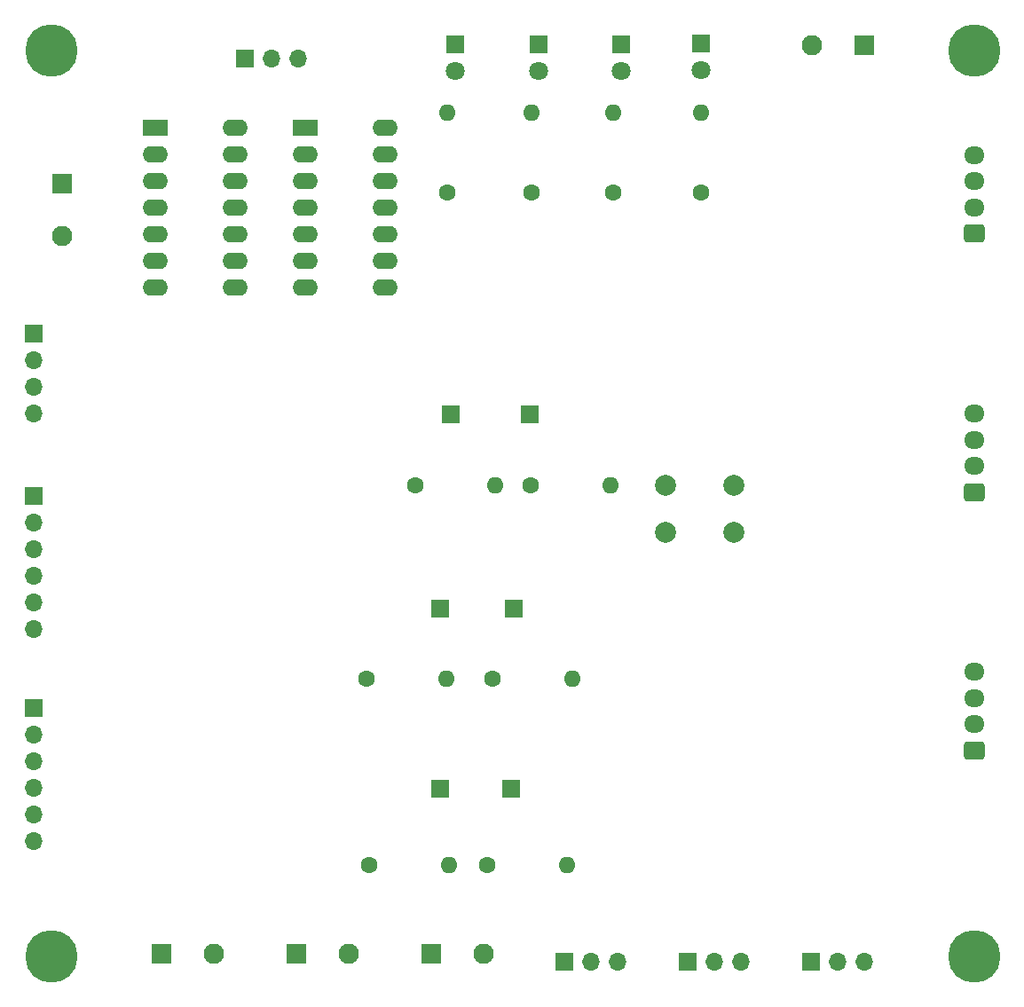
<source format=gbr>
%TF.GenerationSoftware,KiCad,Pcbnew,8.0.0*%
%TF.CreationDate,2024-03-19T14:17:09-05:00*%
%TF.ProjectId,MainBoard,4d61696e-426f-4617-9264-2e6b69636164,rev?*%
%TF.SameCoordinates,Original*%
%TF.FileFunction,Soldermask,Bot*%
%TF.FilePolarity,Negative*%
%FSLAX46Y46*%
G04 Gerber Fmt 4.6, Leading zero omitted, Abs format (unit mm)*
G04 Created by KiCad (PCBNEW 8.0.0) date 2024-03-19 14:17:09*
%MOMM*%
%LPD*%
G01*
G04 APERTURE LIST*
G04 Aperture macros list*
%AMRoundRect*
0 Rectangle with rounded corners*
0 $1 Rounding radius*
0 $2 $3 $4 $5 $6 $7 $8 $9 X,Y pos of 4 corners*
0 Add a 4 corners polygon primitive as box body*
4,1,4,$2,$3,$4,$5,$6,$7,$8,$9,$2,$3,0*
0 Add four circle primitives for the rounded corners*
1,1,$1+$1,$2,$3*
1,1,$1+$1,$4,$5*
1,1,$1+$1,$6,$7*
1,1,$1+$1,$8,$9*
0 Add four rect primitives between the rounded corners*
20,1,$1+$1,$2,$3,$4,$5,0*
20,1,$1+$1,$4,$5,$6,$7,0*
20,1,$1+$1,$6,$7,$8,$9,0*
20,1,$1+$1,$8,$9,$2,$3,0*%
G04 Aperture macros list end*
%ADD10C,5.000000*%
%ADD11C,1.600000*%
%ADD12O,1.600000X1.600000*%
%ADD13R,1.700000X1.700000*%
%ADD14O,1.700000X1.700000*%
%ADD15R,1.950000X1.950000*%
%ADD16C,1.950000*%
%ADD17R,1.800000X1.800000*%
%ADD18C,1.800000*%
%ADD19C,2.000000*%
%ADD20RoundRect,0.250000X0.725000X-0.600000X0.725000X0.600000X-0.725000X0.600000X-0.725000X-0.600000X0*%
%ADD21O,1.950000X1.700000*%
%ADD22R,2.400000X1.600000*%
%ADD23O,2.400000X1.600000*%
G04 APERTURE END LIST*
D10*
%TO.C,H3*%
X108500000Y-139500000D03*
%TD*%
D11*
%TO.C,R3*%
X170500000Y-66560000D03*
D12*
X170500000Y-58940000D03*
%TD*%
D13*
%TO.C,TP5*%
X145587500Y-106250000D03*
%TD*%
%TO.C,TP3*%
X146587500Y-87750000D03*
%TD*%
%TO.C,J12*%
X106750000Y-80000000D03*
D14*
X106750000Y-82540000D03*
X106750000Y-85080000D03*
X106750000Y-87620000D03*
%TD*%
D15*
%TO.C,J2*%
X119000000Y-139250000D03*
D16*
X124000000Y-139250000D03*
%TD*%
D11*
%TO.C,R7*%
X154190000Y-94500000D03*
D12*
X161810000Y-94500000D03*
%TD*%
D13*
%TO.C,J5*%
X157435000Y-140000000D03*
D14*
X159975000Y-140000000D03*
X162515000Y-140000000D03*
%TD*%
D13*
%TO.C,TP2*%
X152337500Y-123500000D03*
%TD*%
D17*
%TO.C,D1*%
X147000000Y-52460000D03*
D18*
X147000000Y-55000000D03*
%TD*%
D19*
%TO.C,SW1*%
X167087500Y-94500000D03*
X173587500Y-94500000D03*
X167087500Y-99000000D03*
X173587500Y-99000000D03*
%TD*%
D17*
%TO.C,D4*%
X162833300Y-52460000D03*
D18*
X162833300Y-55000000D03*
%TD*%
D10*
%TO.C,H1*%
X108500000Y-53000000D03*
%TD*%
%TO.C,H2*%
X196500000Y-53000000D03*
%TD*%
D11*
%TO.C,R4*%
X138777500Y-130750000D03*
D12*
X146397500Y-130750000D03*
%TD*%
D11*
%TO.C,R10*%
X162083300Y-66560000D03*
D12*
X162083300Y-58940000D03*
%TD*%
D11*
%TO.C,R8*%
X138527500Y-113000000D03*
D12*
X146147500Y-113000000D03*
%TD*%
D11*
%TO.C,R5*%
X150027500Y-130750000D03*
D12*
X157647500Y-130750000D03*
%TD*%
D11*
%TO.C,R9*%
X150527500Y-113000000D03*
D12*
X158147500Y-113000000D03*
%TD*%
D13*
%TO.C,TP4*%
X154087500Y-87750000D03*
%TD*%
D20*
%TO.C,J18*%
X196500000Y-95160000D03*
D21*
X196500000Y-92660000D03*
X196500000Y-90160000D03*
X196500000Y-87660000D03*
%TD*%
D20*
%TO.C,J20*%
X196500000Y-70500000D03*
D21*
X196500000Y-68000000D03*
X196500000Y-65500000D03*
X196500000Y-63000000D03*
%TD*%
D11*
%TO.C,R6*%
X143190000Y-94500000D03*
D12*
X150810000Y-94500000D03*
%TD*%
D13*
%TO.C,J7*%
X180920000Y-140000000D03*
D14*
X183460000Y-140000000D03*
X186000000Y-140000000D03*
%TD*%
D13*
%TO.C,J10*%
X106750000Y-95500000D03*
D14*
X106750000Y-98040000D03*
X106750000Y-100580000D03*
X106750000Y-103120000D03*
X106750000Y-105660000D03*
X106750000Y-108200000D03*
%TD*%
D15*
%TO.C,J1*%
X186000000Y-52500000D03*
D16*
X181000000Y-52500000D03*
%TD*%
D15*
%TO.C,J8*%
X109475000Y-65750000D03*
D16*
X109475000Y-70750000D03*
%TD*%
D13*
%TO.C,J6*%
X169177500Y-140000000D03*
D14*
X171717500Y-140000000D03*
X174257500Y-140000000D03*
%TD*%
D13*
%TO.C,TP6*%
X152587500Y-106250000D03*
%TD*%
D22*
%TO.C,U4*%
X118425000Y-60375000D03*
D23*
X118425000Y-62915000D03*
X118425000Y-65455000D03*
X118425000Y-67995000D03*
X118425000Y-70535000D03*
X118425000Y-73075000D03*
X118425000Y-75615000D03*
X126045000Y-75615000D03*
X126045000Y-73075000D03*
X126045000Y-70535000D03*
X126045000Y-67995000D03*
X126045000Y-65455000D03*
X126045000Y-62915000D03*
X126045000Y-60375000D03*
%TD*%
D17*
%TO.C,D3*%
X170500000Y-52375000D03*
D18*
X170500000Y-54915000D03*
%TD*%
D13*
%TO.C,J11*%
X106750000Y-115750000D03*
D14*
X106750000Y-118290000D03*
X106750000Y-120830000D03*
X106750000Y-123370000D03*
X106750000Y-125910000D03*
X106750000Y-128450000D03*
%TD*%
D22*
%TO.C,U6*%
X132675000Y-60375000D03*
D23*
X132675000Y-62915000D03*
X132675000Y-65455000D03*
X132675000Y-67995000D03*
X132675000Y-70535000D03*
X132675000Y-73075000D03*
X132675000Y-75615000D03*
X140295000Y-75615000D03*
X140295000Y-73075000D03*
X140295000Y-70535000D03*
X140295000Y-67995000D03*
X140295000Y-65455000D03*
X140295000Y-62915000D03*
X140295000Y-60375000D03*
%TD*%
D11*
%TO.C,R1*%
X146250000Y-66560000D03*
D12*
X146250000Y-58940000D03*
%TD*%
D10*
%TO.C,H4*%
X196500000Y-139500000D03*
%TD*%
D17*
%TO.C,D2*%
X155000000Y-52460000D03*
D18*
X155000000Y-55000000D03*
%TD*%
D13*
%TO.C,TP1*%
X145587500Y-123500000D03*
%TD*%
%TO.C,J14*%
X126920000Y-53750000D03*
D14*
X129460000Y-53750000D03*
X132000000Y-53750000D03*
%TD*%
D15*
%TO.C,J3*%
X131875000Y-139250000D03*
D16*
X136875000Y-139250000D03*
%TD*%
D15*
%TO.C,J4*%
X144750000Y-139250000D03*
D16*
X149750000Y-139250000D03*
%TD*%
D20*
%TO.C,J19*%
X196500000Y-119820000D03*
D21*
X196500000Y-117320000D03*
X196500000Y-114820000D03*
X196500000Y-112320000D03*
%TD*%
D11*
%TO.C,R2*%
X154250000Y-66560000D03*
D12*
X154250000Y-58940000D03*
%TD*%
M02*

</source>
